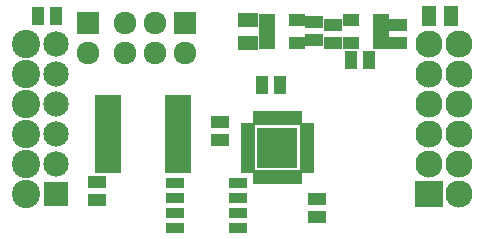
<source format=gbr>
G04 #@! TF.FileFunction,Soldermask,Top*
%FSLAX46Y46*%
G04 Gerber Fmt 4.6, Leading zero omitted, Abs format (unit mm)*
G04 Created by KiCad (PCBNEW 4.0.2+dfsg1-stable) date mar. 12 sept. 2017 23:56:27 CEST*
%MOMM*%
G01*
G04 APERTURE LIST*
%ADD10C,0.100000*%
%ADD11R,2.400000X2.300000*%
%ADD12C,2.300000*%
%ADD13R,0.679400X1.250900*%
%ADD14R,1.250900X0.679400*%
%ADD15R,3.399740X3.399740*%
%ADD16R,1.543000X1.035000*%
%ADD17R,1.035000X1.543000*%
%ADD18C,2.150000*%
%ADD19R,2.150000X2.150000*%
%ADD20C,2.400000*%
%ADD21R,2.180540X0.704800*%
%ADD22R,2.180540X0.699720*%
%ADD23R,1.400760X1.101040*%
%ADD24R,1.797000X1.289000*%
%ADD25R,1.289000X1.797000*%
%ADD26R,1.543000X0.908000*%
%ADD27R,1.924000X1.924000*%
%ADD28C,1.924000*%
G04 APERTURE END LIST*
D10*
D11*
X167309800Y-111350000D03*
D12*
X167309800Y-108810000D03*
X167309800Y-106270000D03*
X167309800Y-103730000D03*
X167309800Y-101190000D03*
X167309800Y-98650000D03*
X169849800Y-111350000D03*
X169849800Y-108810000D03*
X169849800Y-106270000D03*
X169849800Y-103730000D03*
X169849800Y-101190000D03*
X169849800Y-98650000D03*
D13*
X156232860Y-109941360D03*
D14*
X156982160Y-109192060D03*
D13*
X156232860Y-104942640D03*
X155732480Y-104942640D03*
X155232100Y-104942640D03*
X154731720Y-104942640D03*
X153733500Y-104942640D03*
X153233120Y-104942640D03*
D14*
X151983440Y-107690920D03*
D13*
X152732740Y-104942640D03*
D14*
X151983440Y-105691940D03*
X151983440Y-106192320D03*
X151983440Y-106692700D03*
X151983440Y-107193080D03*
X151983440Y-108191300D03*
X151983440Y-108691680D03*
X151983440Y-109192060D03*
D13*
X152732740Y-109941360D03*
X153233120Y-109941360D03*
X153733500Y-109941360D03*
X154233880Y-109941360D03*
X154731720Y-109941360D03*
X155232100Y-109941360D03*
X155732480Y-109941360D03*
D15*
X154482800Y-107442000D03*
D13*
X154233880Y-104942640D03*
D14*
X156982160Y-105691940D03*
X156982160Y-106192320D03*
X156982160Y-106692700D03*
X156982160Y-107193080D03*
X156982160Y-107690920D03*
X156982160Y-108191300D03*
X156982160Y-108691680D03*
D16*
X159207200Y-98539300D03*
X159207200Y-97015300D03*
X149669500Y-106781600D03*
X149669500Y-105257600D03*
D17*
X154724100Y-102158800D03*
X153200100Y-102158800D03*
D18*
X135724900Y-98650000D03*
X135724900Y-101190000D03*
X135724900Y-103730000D03*
X135724900Y-106270000D03*
X135724900Y-108810000D03*
D19*
X135724900Y-111350000D03*
D20*
X133184900Y-98650000D03*
X133184900Y-101190000D03*
X133184900Y-103730000D03*
X133184900Y-106270000D03*
X133184900Y-108810000D03*
X133184900Y-111350000D03*
D21*
X146098260Y-108548600D03*
X146098260Y-107898600D03*
X146098260Y-107248600D03*
X146098260Y-106598600D03*
X146098260Y-105948600D03*
X146098260Y-105298600D03*
X146098260Y-104648600D03*
X146098260Y-103998600D03*
D22*
X140159740Y-103998600D03*
X140159740Y-104648600D03*
X140159740Y-105298600D03*
X140159740Y-105948600D03*
X140159740Y-106598600D03*
X140159740Y-107248600D03*
X140159740Y-107898600D03*
X140159740Y-108548600D03*
D21*
X146100800Y-109198600D03*
X146100800Y-103348600D03*
X140159740Y-103348600D03*
D22*
X140159740Y-109198600D03*
D17*
X160693100Y-99987100D03*
X162217100Y-99987100D03*
D23*
X160693100Y-98539300D03*
X160693100Y-96634300D03*
X163233100Y-96634300D03*
X163233100Y-97586800D03*
X163233100Y-98539300D03*
D17*
X135724900Y-96291400D03*
X134200900Y-96291400D03*
D16*
X139217400Y-110363000D03*
X139217400Y-111887000D03*
D24*
X151968200Y-96634300D03*
X151968200Y-98539300D03*
D16*
X157632400Y-96824800D03*
X157632400Y-98348800D03*
D23*
X156133800Y-96634300D03*
X156133800Y-98539300D03*
X153593800Y-98539300D03*
X153593800Y-97586800D03*
X153593800Y-96634300D03*
D25*
X167309800Y-96291400D03*
X169214800Y-96291400D03*
D16*
X164706300Y-98539300D03*
X164706300Y-97015300D03*
D26*
X145808700Y-114223800D03*
X151142700Y-114223800D03*
X145808700Y-112953800D03*
X145808700Y-111683800D03*
X145808700Y-110413800D03*
X151142700Y-112953800D03*
X151142700Y-111683800D03*
X151142700Y-110413800D03*
D16*
X157873700Y-111760000D03*
X157873700Y-113284000D03*
D27*
X138417300Y-96850200D03*
D28*
X138417300Y-99390200D03*
D27*
X146710400Y-96850200D03*
D28*
X146710400Y-99390200D03*
X144170400Y-96850200D03*
X144170400Y-99390200D03*
X141630400Y-96850200D03*
X141630400Y-99390200D03*
M02*

</source>
